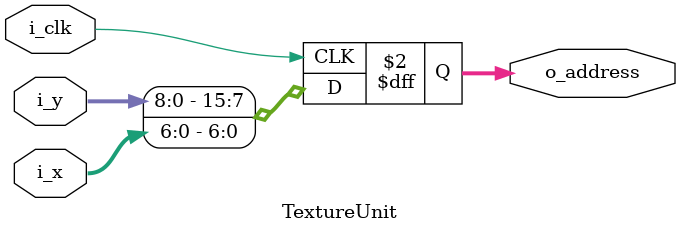
<source format=v>
/*
 * Copyright (c) 2021, Marcos Medeiros
 * Licensed under BSD 3-clause.
 */
module TextureUnit(
	input									i_clk,
	input signed [15:0]		i_x,
	input signed [15:0] 	i_y,
	output reg [15:0]			o_address
);
	// 128x128
	always @(posedge i_clk)
	begin
		o_address <= {i_y,i_x[6:0]}; 
	end

endmodule
</source>
